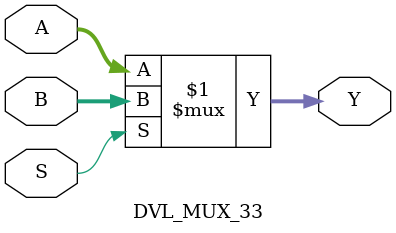
<source format=v>

module DVL_MUX_33  (A,B,S,Y);

   input [32:0] A;
   input [32:0] B;
   input 	S;
   output [32:0] Y;

   assign Y = S ? B : A;
   
endmodule


</source>
